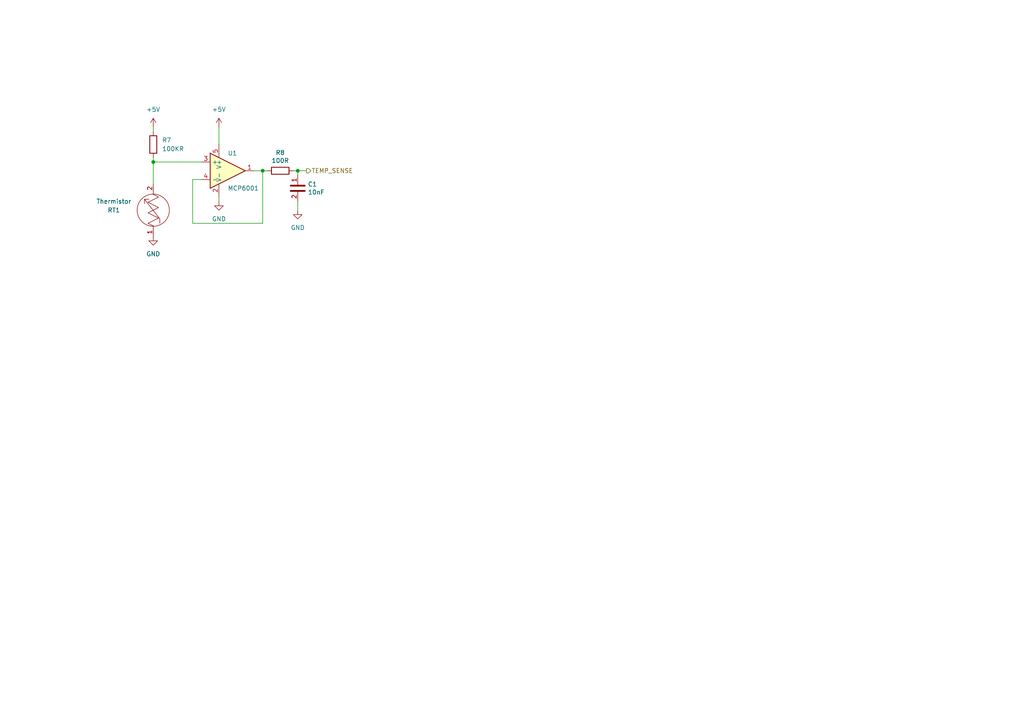
<source format=kicad_sch>
(kicad_sch (version 20211123) (generator eeschema)
  (paper "A4")
  (lib_symbols
    (symbol "formula:C_10nF" (pin_names (offset 1.016))
      (property "Reference" "C" (at -2.54 2.54 0))
      (property "Value" "C_10nF" (at 3.81 0 90))
      (symbol "C_10nF_0_1"
        (polyline (pts (xy -2.032 -0.762) (xy 2.032 -0.762)) (stroke (width 0.508)))
        (polyline (pts (xy -2.032 0.762) (xy 2.032 0.762)) (stroke (width 0.508)))
      )
      (symbol "C_10nF_1_1"
        (pin passive line (at 0 3.81 270) (length 2.794) (name "~") (number "1"))
        (pin passive line (at 0 -3.81 90) (length 2.794) (name "~") (number "2"))
      )
    )
    (symbol "formula:MCP6001T-I-LT"
      (property "Reference" "U" (at 0 5.08 0))
      (property "Value" "MCP6001T-I-LT" (at 0 -5.08 0))
      (symbol "MCP6001T-I-LT_0_1"
        (polyline (pts (xy -5.08 5.08) (xy 5.08 0) (xy -5.08 -5.08) (xy -5.08 5.08)) (stroke (width 0.254)) (fill (type background)))
        (pin power_in line (at -2.54 -7.62 90) (length 3.81) (name "V-") (number "2"))
        (pin power_in line (at -2.54 7.62 270) (length 3.81) (name "V+") (number "5"))
      )
      (symbol "MCP6001T-I-LT_1_1"
        (pin output line (at 7.62 0 180) (length 2.54) (name "~") (number "1"))
        (pin input line (at -7.62 2.54 0) (length 2.54) (name "+") (number "3"))
        (pin input line (at -7.62 -2.54 0) (length 2.54) (name "-") (number "4"))
      )
    )
    (symbol "formula:R_100" (pin_numbers hide) (pin_names (offset 0))
      (property "Reference" "R" (at 2.032 0 90))
      (property "Value" "R_100" (at -2.54 0 90))
      (symbol "R_100_0_1"
        (rectangle (start -1.016 -2.54) (end 1.016 2.54) (stroke (width 0.254)))
      )
      (symbol "R_100_1_1"
        (pin passive line (at 0 3.81 270) (length 1.27) (name "~") (number "1"))
        (pin passive line (at 0 -3.81 90) (length 1.27) (name "~") (number "2"))
      )
    )
    (symbol "formula:R_100K" (pin_numbers hide) (pin_names (offset 0))
      (property "Reference" "R" (at 2.032 0 90))
      (property "Value" "R_100K" (at -2.54 0 90))
      (symbol "R_100K_0_1"
        (rectangle (start -1.016 -2.54) (end 1.016 2.54) (stroke (width 0.254)))
      )
      (symbol "R_100K_1_1"
        (pin passive line (at 0 3.81 270) (length 1.27) (name "~") (number "1"))
        (pin passive line (at 0 -3.81 90) (length 1.27) (name "~") (number "2"))
      )
    )
    (symbol "formula:Thermistor" (pin_names (offset 1.016))
      (property "Reference" "RT" (at 0 -6.096 0))
      (property "Value" "Thermistor" (at 0 6.096 0))
      (symbol "Thermistor_0_1"
        (polyline (pts (xy -5.08 0) (xy -4.572 0)))
        (polyline (pts (xy -2.54 -1.905) (xy -3.81 -1.905)))
        (polyline (pts (xy 3.175 2.54) (xy 3.175 1.27)))
        (polyline (pts (xy 5.08 0) (xy 4.572 0)))
        (polyline (pts (xy -2.54 -1.905) (xy 3.175 2.54) (xy 1.905 2.54)))
        (polyline (pts (xy -4.572 0) (xy -3.81 1.524) (xy -2.286 -1.524) (xy -0.762 1.524) (xy 0.762 -1.524) (xy 2.286 1.524) (xy 3.81 -1.524) (xy 4.572 0)))
        (circle (center 0 0) (radius 4.6736))
      )
      (symbol "Thermistor_1_1"
        (pin input line (at -7.62 0 0) (length 2.54) (name "~") (number "1"))
        (pin input line (at 7.62 0 180) (length 2.54) (name "~") (number "2"))
      )
    )
    (symbol "power:+5V" (power) (pin_names (offset 0))
      (property "Value" "+5V" (at 0 3.556 0))
      (symbol "+5V_0_1"
        (polyline (pts (xy -0.762 1.27) (xy 0 2.54)))
        (polyline (pts (xy 0 0) (xy 0 2.54)))
        (polyline (pts (xy 0 2.54) (xy 0.762 1.27)))
      )
      (symbol "+5V_1_1"
        (pin power_in line (at 0 0 90) (length 0) hide (name "+5V") (number "1"))
      )
    )
    (symbol "power:GND" (power) (pin_names (offset 0))
      (property "Value" "GND" (at 0 -3.81 0))
      (symbol "GND_0_1"
        (polyline (pts (xy 0 0) (xy 0 -1.27) (xy 1.27 -1.27) (xy 0 -2.54) (xy -1.27 -1.27) (xy 0 -1.27)))
      )
      (symbol "GND_1_1"
        (pin power_in line (at 0 0 270) (length 0) hide (name "GND") (number "1"))
      )
    )
  )
  (junction (at 86.36 49.53))
  (junction (at 76.2 49.53))
  (junction (at 44.45 46.99))
  (wire (pts (xy 44.45 45.72) (xy 44.45 46.99)))
  (wire (pts (xy 63.5 57.15) (xy 63.5 58.42)))
  (wire (pts (xy 76.2 64.77) (xy 76.2 49.53)))
  (wire (pts (xy 63.5 36.83) (xy 63.5 41.91)))
  (wire (pts (xy 44.45 36.83) (xy 44.45 38.1)))
  (wire (pts (xy 58.42 52.07) (xy 55.88 52.07)))
  (wire (pts (xy 44.45 46.99) (xy 58.42 46.99)))
  (wire (pts (xy 86.36 49.53) (xy 86.36 50.8)))
  (wire (pts (xy 55.88 52.07) (xy 55.88 64.77)))
  (wire (pts (xy 85.09 49.53) (xy 86.36 49.53)))
  (wire (pts (xy 88.9 49.53) (xy 86.36 49.53)))
  (wire (pts (xy 55.88 64.77) (xy 76.2 64.77)))
  (wire (pts (xy 76.2 49.53) (xy 73.66 49.53)))
  (wire (pts (xy 44.45 46.99) (xy 44.45 53.34)))
  (wire (pts (xy 86.36 58.42) (xy 86.36 60.96)))
  (wire (pts (xy 76.2 49.53) (xy 77.47 49.53)))
  (hierarchical_label "TEMP_SENSE" (shape output) (at 88.9 49.53 0))
  (symbol (lib_id "formula:MCP6001T-I-LT") (at 66.04 49.53 0) (unit 1)
    (property "Reference" "U1" (at 66.04 44.45 0) (effects (justify left)))
    (property "Value" "MCP6001" (at 66.04 54.61 0) (effects (justify left)))
    (property "Footprint" "footprints:SOT-23-5_OEM" (effects hide))
    (property "Datasheet" "http://ww1.microchip.com/downloads/en/DeviceDoc/21733j.pdf" (effects hide))
    (property "MFN" "DK" (effects hide))
    (property "MPN" "MCP6001T-I/LTCT-ND" (effects hide))
    (property "PurchasingLink" "https://www.digikey.com/product-detail/en/microchip-technology/MCP6001T-I-LT/MCP6001T-I-LTCT-ND/669499" (effects hide))
  )
  (symbol (lib_id "formula:Thermistor") (at 44.45 60.96 90) (unit 1)
    (property "Reference" "RT1" (at 33.02 60.96 90))
    (property "Value" "Thermistor" (at 33.02 58.42 90))
    (property "Footprint" "Thermistor" (effects hide))
  )
  (symbol (lib_id "power:GND") (at 63.5 58.42 0) (unit 1)
    (property "Reference" "#PWR?" (effects hide))
    (property "Value" "GND" (at 63.5 63.5 0))
  )
  (symbol (lib_id "formula:C_10nF") (at 86.36 54.61 0) (unit 1)
    (property "Reference" "C1" (at 89.281 53.4416 0) (effects (justify left)))
    (property "Value" "10nF" (at 89.281 55.753 0) (effects (justify left)))
    (property "Datasheet" "https://content.kemet.com/datasheets/KEM_C1076_X7R_HV_AUTO_SMD.pdf" (effects hide))
  )
  (symbol (lib_id "power:+5V") (at 44.45 36.83 0) (unit 1)
    (property "Reference" "#PWR?" (effects hide))
    (property "Value" "+5V" (at 44.45 31.75 0))
  )
  (symbol (lib_id "formula:R_100K") (at 44.45 41.91 0) (unit 1)
    (property "Reference" "R7" (at 46.99 40.6399 0) (effects (justify left)))
    (property "Value" "100KR" (at 46.99 43.1799 0) (effects (justify left)))
    (property "Footprint" "OEM:R_0603" (effects hide))
    (property "Datasheet" "https://industrial.panasonic.com/cdbs/www-data/pdf/RDA0000/AOA0000C304.pdf" (effects hide))
    (property "MFN" "DK" (effects hide))
    (property "MPN" "P100KCCT-ND" (effects hide))
    (property "PurchasingLink" "https://www.digikey.com/product-detail/en/panasonic-electronic-components/ERJ-6ENF1003V/P100KCCT-ND/119551" (effects hide))
  )
  (symbol (lib_id "formula:R_100") (at 81.28 49.53 270) (unit 1)
    (property "Reference" "R8" (at 81.28 44.2722 90))
    (property "Value" "100R" (at 81.28 46.5836 90))
    (property "Footprint" "OEM:R_0603" (effects hide))
    (property "Datasheet" "https://www.seielect.com/Catalog/SEI-rncp.pdf" (effects hide))
    (property "MFN" "DK" (effects hide))
    (property "MPN" "RNCP0805FTD100RCT-ND" (effects hide))
    (property "PurchasingLink" "https://www.digikey.com/products/en?keywords=RNCP0805FTD100RCT-ND" (effects hide))
  )
  (symbol (lib_id "power:+5V") (at 63.5 36.83 0) (unit 1)
    (property "Reference" "#PWR?" (effects hide))
    (property "Value" "+5V" (at 63.5 31.75 0))
  )
  (symbol (lib_id "power:GND") (at 44.45 68.58 0) (unit 1)
    (property "Reference" "#PWR?" (effects hide))
    (property "Value" "GND" (at 44.45 73.66 0))
  )
  (symbol (lib_id "power:GND") (at 86.36 60.96 0) (unit 1)
    (property "Reference" "#PWR?" (effects hide))
    (property "Value" "GND" (at 86.36 66.04 0))
  )
)
</source>
